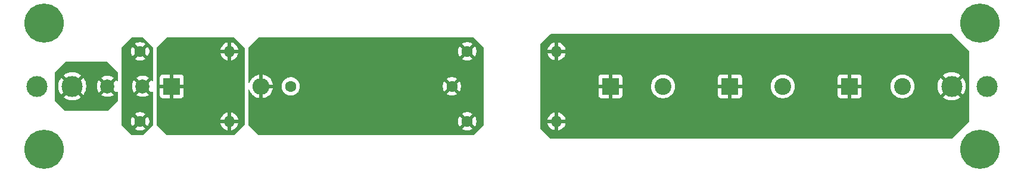
<source format=gtl>
G04 #@! TF.GenerationSoftware,KiCad,Pcbnew,9.0.2-9.0.2-0~ubuntu22.04.1*
G04 #@! TF.CreationDate,2025-06-09T06:08:17+02:00*
G04 #@! TF.ProjectId,passive_PSU_Rev-A,70617373-6976-4655-9f50-53555f526576,rev?*
G04 #@! TF.SameCoordinates,Original*
G04 #@! TF.FileFunction,Copper,L1,Top*
G04 #@! TF.FilePolarity,Positive*
%FSLAX46Y46*%
G04 Gerber Fmt 4.6, Leading zero omitted, Abs format (unit mm)*
G04 Created by KiCad (PCBNEW 9.0.2-9.0.2-0~ubuntu22.04.1) date 2025-06-09 06:08:17*
%MOMM*%
%LPD*%
G01*
G04 APERTURE LIST*
G04 #@! TA.AperFunction,ComponentPad*
%ADD10C,1.600000*%
G04 #@! TD*
G04 #@! TA.AperFunction,ComponentPad*
%ADD11R,2.400000X2.400000*%
G04 #@! TD*
G04 #@! TA.AperFunction,ComponentPad*
%ADD12C,2.400000*%
G04 #@! TD*
G04 #@! TA.AperFunction,ComponentPad*
%ADD13C,3.000000*%
G04 #@! TD*
G04 #@! TA.AperFunction,ComponentPad*
%ADD14C,2.000000*%
G04 #@! TD*
G04 #@! TA.AperFunction,ComponentPad*
%ADD15O,1.600000X1.600000*%
G04 #@! TD*
G04 #@! TA.AperFunction,ComponentPad*
%ADD16C,3.600000*%
G04 #@! TD*
G04 #@! TA.AperFunction,ConnectorPad*
%ADD17C,5.600000*%
G04 #@! TD*
G04 #@! TA.AperFunction,ComponentPad*
%ADD18O,2.400000X2.400000*%
G04 #@! TD*
G04 APERTURE END LIST*
D10*
X88555000Y-80000000D03*
X111455000Y-80000000D03*
D11*
X150987246Y-80000000D03*
D12*
X158487246Y-80000000D03*
D13*
X57500000Y-80000000D03*
D14*
X62500000Y-80000000D03*
X67500000Y-80000000D03*
D13*
X187500000Y-80000000D03*
D10*
X67150000Y-85000000D03*
D15*
X79850000Y-85000000D03*
D10*
X67150000Y-75000000D03*
D15*
X79850000Y-75000000D03*
D11*
X167987246Y-80000000D03*
D12*
X175487246Y-80000000D03*
D13*
X52500000Y-80000000D03*
D10*
X113650000Y-75000000D03*
D15*
X126350000Y-75000000D03*
D10*
X113650000Y-85000000D03*
D15*
X126350000Y-85000000D03*
D16*
X186500000Y-89000000D03*
D17*
X186500000Y-89000000D03*
D11*
X133987246Y-80000000D03*
D12*
X141487246Y-80000000D03*
D13*
X182500000Y-80000000D03*
D16*
X53500000Y-89000000D03*
D17*
X53500000Y-89000000D03*
D16*
X186500000Y-71000000D03*
D17*
X186500000Y-71000000D03*
D11*
X71650000Y-80000000D03*
D18*
X84350000Y-80000000D03*
D16*
X53500000Y-71000000D03*
D17*
X53500000Y-71000000D03*
G04 #@! TA.AperFunction,Conductor*
G36*
X62515677Y-76519685D02*
G01*
X62536319Y-76536319D01*
X63963681Y-77963681D01*
X63997166Y-78025004D01*
X64000000Y-78051362D01*
X64000000Y-79130987D01*
X63980315Y-79198026D01*
X63927511Y-79243781D01*
X63858353Y-79253725D01*
X63794797Y-79224700D01*
X63775682Y-79203873D01*
X63722658Y-79130894D01*
X63722658Y-79130893D01*
X62982962Y-79870590D01*
X62965925Y-79807007D01*
X62900099Y-79692993D01*
X62807007Y-79599901D01*
X62692993Y-79534075D01*
X62629409Y-79517037D01*
X63369105Y-78777340D01*
X63369104Y-78777338D01*
X63286174Y-78717087D01*
X63075802Y-78609897D01*
X62851247Y-78536934D01*
X62851248Y-78536934D01*
X62618052Y-78500000D01*
X62381948Y-78500000D01*
X62148752Y-78536934D01*
X61924197Y-78609897D01*
X61713830Y-78717084D01*
X61630894Y-78777340D01*
X62370591Y-79517037D01*
X62307007Y-79534075D01*
X62192993Y-79599901D01*
X62099901Y-79692993D01*
X62034075Y-79807007D01*
X62017037Y-79870591D01*
X61277340Y-79130894D01*
X61217084Y-79213830D01*
X61109897Y-79424197D01*
X61036934Y-79648752D01*
X61000000Y-79881947D01*
X61000000Y-80118052D01*
X61036934Y-80351247D01*
X61109897Y-80575802D01*
X61217087Y-80786174D01*
X61277338Y-80869104D01*
X61277340Y-80869105D01*
X62017037Y-80129408D01*
X62034075Y-80192993D01*
X62099901Y-80307007D01*
X62192993Y-80400099D01*
X62307007Y-80465925D01*
X62370590Y-80482962D01*
X61630893Y-81222658D01*
X61713828Y-81282914D01*
X61924197Y-81390102D01*
X62148752Y-81463065D01*
X62148751Y-81463065D01*
X62381948Y-81500000D01*
X62618052Y-81500000D01*
X62851247Y-81463065D01*
X63075802Y-81390102D01*
X63286163Y-81282918D01*
X63286169Y-81282914D01*
X63369104Y-81222658D01*
X63369105Y-81222658D01*
X62629408Y-80482962D01*
X62692993Y-80465925D01*
X62807007Y-80400099D01*
X62900099Y-80307007D01*
X62965925Y-80192993D01*
X62982962Y-80129408D01*
X63722658Y-80869105D01*
X63722659Y-80869104D01*
X63775682Y-80796125D01*
X63831012Y-80753459D01*
X63900625Y-80747480D01*
X63962420Y-80780086D01*
X63996777Y-80840924D01*
X64000000Y-80869010D01*
X64000000Y-81948638D01*
X63980315Y-82015677D01*
X63963681Y-82036319D01*
X62536319Y-83463681D01*
X62474996Y-83497166D01*
X62448638Y-83500000D01*
X56551362Y-83500000D01*
X56484323Y-83480315D01*
X56463681Y-83463681D01*
X55036319Y-82036319D01*
X55002834Y-81974996D01*
X55000000Y-81948638D01*
X55000000Y-79868905D01*
X55500000Y-79868905D01*
X55500000Y-80131094D01*
X55534220Y-80391009D01*
X55534222Y-80391020D01*
X55602075Y-80644255D01*
X55702404Y-80886471D01*
X55702409Y-80886482D01*
X55833488Y-81113516D01*
X55833494Y-81113524D01*
X55920080Y-81226365D01*
X56822421Y-80324024D01*
X56835359Y-80355258D01*
X56917437Y-80478097D01*
X57021903Y-80582563D01*
X57144742Y-80664641D01*
X57175974Y-80677577D01*
X56273633Y-81579917D01*
X56273633Y-81579918D01*
X56386475Y-81666505D01*
X56386483Y-81666511D01*
X56613517Y-81797590D01*
X56613528Y-81797595D01*
X56855744Y-81897924D01*
X57108979Y-81965777D01*
X57108990Y-81965779D01*
X57368905Y-81999999D01*
X57368920Y-82000000D01*
X57631080Y-82000000D01*
X57631094Y-81999999D01*
X57891009Y-81965779D01*
X57891020Y-81965777D01*
X58144255Y-81897924D01*
X58386471Y-81797595D01*
X58386482Y-81797590D01*
X58613516Y-81666511D01*
X58613534Y-81666499D01*
X58726365Y-81579919D01*
X58726365Y-81579917D01*
X57824025Y-80677578D01*
X57855258Y-80664641D01*
X57978097Y-80582563D01*
X58082563Y-80478097D01*
X58164641Y-80355258D01*
X58177578Y-80324025D01*
X59079917Y-81226365D01*
X59079919Y-81226365D01*
X59166499Y-81113534D01*
X59166508Y-81113521D01*
X59166577Y-81113402D01*
X59166578Y-81113400D01*
X59166579Y-81113399D01*
X59297590Y-80886482D01*
X59297595Y-80886471D01*
X59397924Y-80644255D01*
X59465777Y-80391020D01*
X59465779Y-80391009D01*
X59499999Y-80131094D01*
X59500000Y-80131080D01*
X59500000Y-79868919D01*
X59499999Y-79868905D01*
X59465779Y-79608990D01*
X59465777Y-79608979D01*
X59397924Y-79355744D01*
X59297595Y-79113528D01*
X59297590Y-79113517D01*
X59166578Y-78886599D01*
X59166511Y-78886483D01*
X59166505Y-78886475D01*
X59079918Y-78773633D01*
X59079917Y-78773633D01*
X58177577Y-79675973D01*
X58164641Y-79644742D01*
X58082563Y-79521903D01*
X57978097Y-79417437D01*
X57855258Y-79335359D01*
X57824023Y-79322421D01*
X58726365Y-78420080D01*
X58613524Y-78333494D01*
X58613516Y-78333488D01*
X58386482Y-78202409D01*
X58386471Y-78202404D01*
X58144255Y-78102075D01*
X57891020Y-78034222D01*
X57891009Y-78034220D01*
X57631094Y-78000000D01*
X57368905Y-78000000D01*
X57108990Y-78034220D01*
X57108979Y-78034222D01*
X56855744Y-78102075D01*
X56613528Y-78202404D01*
X56613517Y-78202409D01*
X56386471Y-78333496D01*
X56273633Y-78420079D01*
X56273633Y-78420080D01*
X57175974Y-79322421D01*
X57144742Y-79335359D01*
X57021903Y-79417437D01*
X56917437Y-79521903D01*
X56835359Y-79644742D01*
X56822421Y-79675974D01*
X55920080Y-78773633D01*
X55920079Y-78773633D01*
X55833496Y-78886471D01*
X55702409Y-79113517D01*
X55702404Y-79113528D01*
X55602075Y-79355744D01*
X55534222Y-79608979D01*
X55534220Y-79608990D01*
X55500000Y-79868905D01*
X55000000Y-79868905D01*
X55000000Y-78051362D01*
X55019685Y-77984323D01*
X55036319Y-77963681D01*
X56463681Y-76536319D01*
X56525004Y-76502834D01*
X56551362Y-76500000D01*
X62448638Y-76500000D01*
X62515677Y-76519685D01*
G37*
G04 #@! TD.AperFunction*
G04 #@! TA.AperFunction,Conductor*
G36*
X114515677Y-73019685D02*
G01*
X114536319Y-73036319D01*
X115963681Y-74463681D01*
X115997166Y-74525004D01*
X116000000Y-74551362D01*
X116000000Y-85448638D01*
X115980315Y-85515677D01*
X115963681Y-85536319D01*
X114536319Y-86963681D01*
X114474996Y-86997166D01*
X114448638Y-87000000D01*
X84051362Y-87000000D01*
X83984323Y-86980315D01*
X83963681Y-86963681D01*
X82536319Y-85536319D01*
X82502834Y-85474996D01*
X82500000Y-85448638D01*
X82500000Y-84897682D01*
X112350000Y-84897682D01*
X112350000Y-85102317D01*
X112382009Y-85304417D01*
X112445244Y-85499031D01*
X112538141Y-85681350D01*
X112538147Y-85681359D01*
X112570523Y-85725921D01*
X112570524Y-85725922D01*
X113250000Y-85046446D01*
X113250000Y-85052661D01*
X113277259Y-85154394D01*
X113329920Y-85245606D01*
X113404394Y-85320080D01*
X113495606Y-85372741D01*
X113597339Y-85400000D01*
X113603553Y-85400000D01*
X112924076Y-86079474D01*
X112968650Y-86111859D01*
X113150968Y-86204755D01*
X113345582Y-86267990D01*
X113547683Y-86300000D01*
X113752317Y-86300000D01*
X113954417Y-86267990D01*
X114149031Y-86204755D01*
X114331349Y-86111859D01*
X114375921Y-86079474D01*
X113696447Y-85400000D01*
X113702661Y-85400000D01*
X113804394Y-85372741D01*
X113895606Y-85320080D01*
X113970080Y-85245606D01*
X114022741Y-85154394D01*
X114050000Y-85052661D01*
X114050000Y-85046447D01*
X114729474Y-85725921D01*
X114761859Y-85681349D01*
X114854755Y-85499031D01*
X114917990Y-85304417D01*
X114950000Y-85102317D01*
X114950000Y-84897682D01*
X114917990Y-84695582D01*
X114854755Y-84500968D01*
X114761859Y-84318650D01*
X114729474Y-84274077D01*
X114729474Y-84274076D01*
X114050000Y-84953551D01*
X114050000Y-84947339D01*
X114022741Y-84845606D01*
X113970080Y-84754394D01*
X113895606Y-84679920D01*
X113804394Y-84627259D01*
X113702661Y-84600000D01*
X113696446Y-84600000D01*
X114375922Y-83920524D01*
X114375921Y-83920523D01*
X114331359Y-83888147D01*
X114331350Y-83888141D01*
X114149031Y-83795244D01*
X113954417Y-83732009D01*
X113752317Y-83700000D01*
X113547683Y-83700000D01*
X113345582Y-83732009D01*
X113150968Y-83795244D01*
X112968644Y-83888143D01*
X112924077Y-83920523D01*
X112924077Y-83920524D01*
X113603554Y-84600000D01*
X113597339Y-84600000D01*
X113495606Y-84627259D01*
X113404394Y-84679920D01*
X113329920Y-84754394D01*
X113277259Y-84845606D01*
X113250000Y-84947339D01*
X113250000Y-84953553D01*
X112570524Y-84274077D01*
X112570523Y-84274077D01*
X112538143Y-84318644D01*
X112445244Y-84500968D01*
X112382009Y-84695582D01*
X112350000Y-84897682D01*
X82500000Y-84897682D01*
X82500000Y-80599410D01*
X82519685Y-80532371D01*
X82572489Y-80486616D01*
X82641647Y-80476672D01*
X82705203Y-80505697D01*
X82738561Y-80551957D01*
X82822045Y-80753502D01*
X82822054Y-80753520D01*
X82933464Y-80946491D01*
X82933466Y-80946495D01*
X83069130Y-81123293D01*
X83069138Y-81123302D01*
X83226698Y-81280862D01*
X83226706Y-81280869D01*
X83403504Y-81416533D01*
X83403508Y-81416535D01*
X83596479Y-81527945D01*
X83596497Y-81527954D01*
X83802379Y-81613235D01*
X84017632Y-81670912D01*
X84099999Y-81681755D01*
X84100000Y-81681755D01*
X84100000Y-80548482D01*
X84118409Y-80559111D01*
X84271009Y-80600000D01*
X84428991Y-80600000D01*
X84581591Y-80559111D01*
X84600000Y-80548482D01*
X84600000Y-81681755D01*
X84682367Y-81670912D01*
X84897620Y-81613235D01*
X85103502Y-81527954D01*
X85103520Y-81527945D01*
X85296491Y-81416535D01*
X85296495Y-81416533D01*
X85473293Y-81280869D01*
X85473302Y-81280862D01*
X85630862Y-81123302D01*
X85630869Y-81123293D01*
X85766533Y-80946495D01*
X85766535Y-80946491D01*
X85877945Y-80753520D01*
X85877954Y-80753502D01*
X85963235Y-80547620D01*
X86020912Y-80332367D01*
X86031756Y-80250000D01*
X84898482Y-80250000D01*
X84909111Y-80231591D01*
X84950000Y-80078991D01*
X84950000Y-79921009D01*
X84943740Y-79897648D01*
X87254500Y-79897648D01*
X87254500Y-80102351D01*
X87286522Y-80304534D01*
X87349781Y-80499223D01*
X87413691Y-80624653D01*
X87442585Y-80681359D01*
X87442715Y-80681613D01*
X87563028Y-80847213D01*
X87707786Y-80991971D01*
X87828226Y-81079474D01*
X87873390Y-81112287D01*
X87989607Y-81171503D01*
X88055776Y-81205218D01*
X88055778Y-81205218D01*
X88055781Y-81205220D01*
X88160137Y-81239127D01*
X88250465Y-81268477D01*
X88328705Y-81280869D01*
X88452648Y-81300500D01*
X88452649Y-81300500D01*
X88657351Y-81300500D01*
X88657352Y-81300500D01*
X88859534Y-81268477D01*
X89054219Y-81205220D01*
X89236610Y-81112287D01*
X89329590Y-81044732D01*
X89402213Y-80991971D01*
X89402215Y-80991968D01*
X89402219Y-80991966D01*
X89546966Y-80847219D01*
X89546968Y-80847215D01*
X89546971Y-80847213D01*
X89615055Y-80753502D01*
X89667287Y-80681610D01*
X89760220Y-80499219D01*
X89823477Y-80304534D01*
X89855500Y-80102352D01*
X89855500Y-79897682D01*
X110155000Y-79897682D01*
X110155000Y-80102317D01*
X110187009Y-80304417D01*
X110250244Y-80499031D01*
X110343141Y-80681350D01*
X110343147Y-80681359D01*
X110375523Y-80725921D01*
X110375524Y-80725922D01*
X111055000Y-80046446D01*
X111055000Y-80052661D01*
X111082259Y-80154394D01*
X111134920Y-80245606D01*
X111209394Y-80320080D01*
X111300606Y-80372741D01*
X111402339Y-80400000D01*
X111408553Y-80400000D01*
X110729076Y-81079474D01*
X110773650Y-81111859D01*
X110955968Y-81204755D01*
X111150582Y-81267990D01*
X111352683Y-81300000D01*
X111557317Y-81300000D01*
X111759417Y-81267990D01*
X111954031Y-81204755D01*
X112136349Y-81111859D01*
X112180921Y-81079474D01*
X111501447Y-80400000D01*
X111507661Y-80400000D01*
X111609394Y-80372741D01*
X111700606Y-80320080D01*
X111775080Y-80245606D01*
X111827741Y-80154394D01*
X111855000Y-80052661D01*
X111855000Y-80046447D01*
X112534474Y-80725921D01*
X112566859Y-80681349D01*
X112659755Y-80499031D01*
X112722990Y-80304417D01*
X112755000Y-80102317D01*
X112755000Y-79897682D01*
X112722990Y-79695582D01*
X112659755Y-79500968D01*
X112566859Y-79318650D01*
X112534474Y-79274077D01*
X112534474Y-79274076D01*
X111855000Y-79953551D01*
X111855000Y-79947339D01*
X111827741Y-79845606D01*
X111775080Y-79754394D01*
X111700606Y-79679920D01*
X111609394Y-79627259D01*
X111507661Y-79600000D01*
X111501446Y-79600000D01*
X112180922Y-78920524D01*
X112180921Y-78920523D01*
X112136359Y-78888147D01*
X112136350Y-78888141D01*
X111954031Y-78795244D01*
X111759417Y-78732009D01*
X111557317Y-78700000D01*
X111352683Y-78700000D01*
X111150582Y-78732009D01*
X110955968Y-78795244D01*
X110773644Y-78888143D01*
X110729077Y-78920523D01*
X110729077Y-78920524D01*
X111408554Y-79600000D01*
X111402339Y-79600000D01*
X111300606Y-79627259D01*
X111209394Y-79679920D01*
X111134920Y-79754394D01*
X111082259Y-79845606D01*
X111055000Y-79947339D01*
X111055000Y-79953553D01*
X110375524Y-79274077D01*
X110375523Y-79274077D01*
X110343143Y-79318644D01*
X110250244Y-79500968D01*
X110187009Y-79695582D01*
X110155000Y-79897682D01*
X89855500Y-79897682D01*
X89855500Y-79897648D01*
X89835030Y-79768409D01*
X89823477Y-79695465D01*
X89760761Y-79502446D01*
X89760220Y-79500781D01*
X89760218Y-79500778D01*
X89760218Y-79500776D01*
X89726503Y-79434607D01*
X89667287Y-79318390D01*
X89635092Y-79274077D01*
X89546971Y-79152786D01*
X89402213Y-79008028D01*
X89236613Y-78887715D01*
X89236612Y-78887714D01*
X89236610Y-78887713D01*
X89179653Y-78858691D01*
X89054223Y-78794781D01*
X88859534Y-78731522D01*
X88684995Y-78703878D01*
X88657352Y-78699500D01*
X88452648Y-78699500D01*
X88428329Y-78703351D01*
X88250465Y-78731522D01*
X88055776Y-78794781D01*
X87873386Y-78887715D01*
X87707786Y-79008028D01*
X87563028Y-79152786D01*
X87442715Y-79318386D01*
X87349781Y-79500776D01*
X87286522Y-79695465D01*
X87254500Y-79897648D01*
X84943740Y-79897648D01*
X84909111Y-79768409D01*
X84898482Y-79750000D01*
X86031755Y-79750000D01*
X86031755Y-79749999D01*
X86020912Y-79667632D01*
X85963235Y-79452379D01*
X85877954Y-79246497D01*
X85877945Y-79246479D01*
X85766535Y-79053508D01*
X85766533Y-79053504D01*
X85630869Y-78876706D01*
X85630862Y-78876698D01*
X85473302Y-78719138D01*
X85473293Y-78719130D01*
X85296495Y-78583466D01*
X85296491Y-78583464D01*
X85103520Y-78472054D01*
X85103502Y-78472045D01*
X84897618Y-78386763D01*
X84682363Y-78329087D01*
X84600000Y-78318242D01*
X84600000Y-79451517D01*
X84581591Y-79440889D01*
X84428991Y-79400000D01*
X84271009Y-79400000D01*
X84118409Y-79440889D01*
X84100000Y-79451517D01*
X84100000Y-78318242D01*
X84099999Y-78318242D01*
X84017636Y-78329087D01*
X83802381Y-78386763D01*
X83596497Y-78472045D01*
X83596479Y-78472054D01*
X83403508Y-78583464D01*
X83403504Y-78583466D01*
X83226706Y-78719130D01*
X83069130Y-78876706D01*
X82933466Y-79053504D01*
X82933464Y-79053508D01*
X82822054Y-79246479D01*
X82822047Y-79246492D01*
X82738561Y-79448043D01*
X82694719Y-79502446D01*
X82628425Y-79524510D01*
X82560726Y-79507230D01*
X82513116Y-79456093D01*
X82500000Y-79400589D01*
X82500000Y-74897682D01*
X112350000Y-74897682D01*
X112350000Y-75102317D01*
X112382009Y-75304417D01*
X112445244Y-75499031D01*
X112538141Y-75681350D01*
X112538147Y-75681359D01*
X112570523Y-75725921D01*
X112570524Y-75725922D01*
X113250000Y-75046446D01*
X113250000Y-75052661D01*
X113277259Y-75154394D01*
X113329920Y-75245606D01*
X113404394Y-75320080D01*
X113495606Y-75372741D01*
X113597339Y-75400000D01*
X113603553Y-75400000D01*
X112924076Y-76079474D01*
X112968650Y-76111859D01*
X113150968Y-76204755D01*
X113345582Y-76267990D01*
X113547683Y-76300000D01*
X113752317Y-76300000D01*
X113954417Y-76267990D01*
X114149031Y-76204755D01*
X114331349Y-76111859D01*
X114375921Y-76079474D01*
X113696447Y-75400000D01*
X113702661Y-75400000D01*
X113804394Y-75372741D01*
X113895606Y-75320080D01*
X113970080Y-75245606D01*
X114022741Y-75154394D01*
X114050000Y-75052661D01*
X114050000Y-75046447D01*
X114729474Y-75725921D01*
X114761859Y-75681349D01*
X114854755Y-75499031D01*
X114917990Y-75304417D01*
X114950000Y-75102317D01*
X114950000Y-74897682D01*
X114917990Y-74695582D01*
X114854755Y-74500968D01*
X114761859Y-74318650D01*
X114729474Y-74274077D01*
X114729474Y-74274076D01*
X114050000Y-74953551D01*
X114050000Y-74947339D01*
X114022741Y-74845606D01*
X113970080Y-74754394D01*
X113895606Y-74679920D01*
X113804394Y-74627259D01*
X113702661Y-74600000D01*
X113696446Y-74600000D01*
X114375922Y-73920524D01*
X114375921Y-73920523D01*
X114331359Y-73888147D01*
X114331350Y-73888141D01*
X114149031Y-73795244D01*
X113954417Y-73732009D01*
X113752317Y-73700000D01*
X113547683Y-73700000D01*
X113345582Y-73732009D01*
X113150968Y-73795244D01*
X112968644Y-73888143D01*
X112924077Y-73920523D01*
X112924077Y-73920524D01*
X113603554Y-74600000D01*
X113597339Y-74600000D01*
X113495606Y-74627259D01*
X113404394Y-74679920D01*
X113329920Y-74754394D01*
X113277259Y-74845606D01*
X113250000Y-74947339D01*
X113250000Y-74953553D01*
X112570524Y-74274077D01*
X112570523Y-74274077D01*
X112538143Y-74318644D01*
X112445244Y-74500968D01*
X112382009Y-74695582D01*
X112350000Y-74897682D01*
X82500000Y-74897682D01*
X82500000Y-74551362D01*
X82519685Y-74484323D01*
X82536319Y-74463681D01*
X83963681Y-73036319D01*
X84025004Y-73002834D01*
X84051362Y-73000000D01*
X114448638Y-73000000D01*
X114515677Y-73019685D01*
G37*
G04 #@! TD.AperFunction*
G04 #@! TA.AperFunction,Conductor*
G36*
X80515677Y-73019685D02*
G01*
X80536319Y-73036319D01*
X81963681Y-74463681D01*
X81997166Y-74525004D01*
X82000000Y-74551362D01*
X82000000Y-85448638D01*
X81980315Y-85515677D01*
X81963681Y-85536319D01*
X80536319Y-86963681D01*
X80474996Y-86997166D01*
X80448638Y-87000000D01*
X71051362Y-87000000D01*
X70984323Y-86980315D01*
X70963681Y-86963681D01*
X69536319Y-85536319D01*
X69521615Y-85509391D01*
X69505023Y-85483573D01*
X69504131Y-85477372D01*
X69502834Y-85474996D01*
X69500000Y-85448638D01*
X69500000Y-84750000D01*
X78573391Y-84750000D01*
X79534314Y-84750000D01*
X79529920Y-84754394D01*
X79477259Y-84845606D01*
X79450000Y-84947339D01*
X79450000Y-85052661D01*
X79477259Y-85154394D01*
X79529920Y-85245606D01*
X79534314Y-85250000D01*
X78573391Y-85250000D01*
X78582009Y-85304413D01*
X78645244Y-85499029D01*
X78738140Y-85681349D01*
X78858417Y-85846894D01*
X78858417Y-85846895D01*
X79003104Y-85991582D01*
X79168650Y-86111859D01*
X79350968Y-86204754D01*
X79545578Y-86267988D01*
X79600000Y-86276607D01*
X79600000Y-85315686D01*
X79604394Y-85320080D01*
X79695606Y-85372741D01*
X79797339Y-85400000D01*
X79902661Y-85400000D01*
X80004394Y-85372741D01*
X80095606Y-85320080D01*
X80100000Y-85315686D01*
X80100000Y-86276606D01*
X80154421Y-86267988D01*
X80349031Y-86204754D01*
X80531349Y-86111859D01*
X80696894Y-85991582D01*
X80696895Y-85991582D01*
X80841582Y-85846895D01*
X80841582Y-85846894D01*
X80961859Y-85681349D01*
X81054755Y-85499029D01*
X81117990Y-85304413D01*
X81126609Y-85250000D01*
X80165686Y-85250000D01*
X80170080Y-85245606D01*
X80222741Y-85154394D01*
X80250000Y-85052661D01*
X80250000Y-84947339D01*
X80222741Y-84845606D01*
X80170080Y-84754394D01*
X80165686Y-84750000D01*
X81126609Y-84750000D01*
X81117990Y-84695586D01*
X81054755Y-84500970D01*
X80961859Y-84318650D01*
X80841582Y-84153105D01*
X80841582Y-84153104D01*
X80696895Y-84008417D01*
X80531349Y-83888140D01*
X80349029Y-83795244D01*
X80154413Y-83732009D01*
X80100000Y-83723390D01*
X80100000Y-84684314D01*
X80095606Y-84679920D01*
X80004394Y-84627259D01*
X79902661Y-84600000D01*
X79797339Y-84600000D01*
X79695606Y-84627259D01*
X79604394Y-84679920D01*
X79600000Y-84684314D01*
X79600000Y-83723390D01*
X79545586Y-83732009D01*
X79350970Y-83795244D01*
X79168650Y-83888140D01*
X79003105Y-84008417D01*
X79003104Y-84008417D01*
X78858417Y-84153104D01*
X78858417Y-84153105D01*
X78738140Y-84318650D01*
X78645244Y-84500970D01*
X78582009Y-84695586D01*
X78573391Y-84750000D01*
X69500000Y-84750000D01*
X69500000Y-78752155D01*
X69950000Y-78752155D01*
X69950000Y-79750000D01*
X71101518Y-79750000D01*
X71090889Y-79768409D01*
X71050000Y-79921009D01*
X71050000Y-80078991D01*
X71090889Y-80231591D01*
X71101518Y-80250000D01*
X69950000Y-80250000D01*
X69950000Y-81247844D01*
X69956401Y-81307372D01*
X69956403Y-81307379D01*
X70006645Y-81442086D01*
X70006649Y-81442093D01*
X70092809Y-81557187D01*
X70092812Y-81557190D01*
X70207906Y-81643350D01*
X70207913Y-81643354D01*
X70342620Y-81693596D01*
X70342627Y-81693598D01*
X70402155Y-81699999D01*
X70402172Y-81700000D01*
X71400000Y-81700000D01*
X71400000Y-80548482D01*
X71418409Y-80559111D01*
X71571009Y-80600000D01*
X71728991Y-80600000D01*
X71881591Y-80559111D01*
X71900000Y-80548482D01*
X71900000Y-81700000D01*
X72897828Y-81700000D01*
X72897844Y-81699999D01*
X72957372Y-81693598D01*
X72957379Y-81693596D01*
X73092086Y-81643354D01*
X73092093Y-81643350D01*
X73207187Y-81557190D01*
X73207190Y-81557187D01*
X73293350Y-81442093D01*
X73293354Y-81442086D01*
X73343596Y-81307379D01*
X73343598Y-81307372D01*
X73349999Y-81247844D01*
X73350000Y-81247827D01*
X73350000Y-80250000D01*
X72198482Y-80250000D01*
X72209111Y-80231591D01*
X72250000Y-80078991D01*
X72250000Y-79921009D01*
X72209111Y-79768409D01*
X72198482Y-79750000D01*
X73350000Y-79750000D01*
X73350000Y-78752172D01*
X73349999Y-78752155D01*
X73343598Y-78692627D01*
X73343596Y-78692620D01*
X73293354Y-78557913D01*
X73293350Y-78557906D01*
X73207190Y-78442812D01*
X73207187Y-78442809D01*
X73092093Y-78356649D01*
X73092086Y-78356645D01*
X72957379Y-78306403D01*
X72957372Y-78306401D01*
X72897844Y-78300000D01*
X71900000Y-78300000D01*
X71900000Y-79451517D01*
X71881591Y-79440889D01*
X71728991Y-79400000D01*
X71571009Y-79400000D01*
X71418409Y-79440889D01*
X71400000Y-79451517D01*
X71400000Y-78300000D01*
X70402155Y-78300000D01*
X70342627Y-78306401D01*
X70342620Y-78306403D01*
X70207913Y-78356645D01*
X70207906Y-78356649D01*
X70092812Y-78442809D01*
X70092809Y-78442812D01*
X70006649Y-78557906D01*
X70006645Y-78557913D01*
X69956403Y-78692620D01*
X69956401Y-78692627D01*
X69950000Y-78752155D01*
X69500000Y-78752155D01*
X69500000Y-74750000D01*
X78573391Y-74750000D01*
X79534314Y-74750000D01*
X79529920Y-74754394D01*
X79477259Y-74845606D01*
X79450000Y-74947339D01*
X79450000Y-75052661D01*
X79477259Y-75154394D01*
X79529920Y-75245606D01*
X79534314Y-75250000D01*
X78573391Y-75250000D01*
X78582009Y-75304413D01*
X78645244Y-75499029D01*
X78738140Y-75681349D01*
X78858417Y-75846894D01*
X78858417Y-75846895D01*
X79003104Y-75991582D01*
X79168650Y-76111859D01*
X79350968Y-76204754D01*
X79545578Y-76267988D01*
X79600000Y-76276607D01*
X79600000Y-75315686D01*
X79604394Y-75320080D01*
X79695606Y-75372741D01*
X79797339Y-75400000D01*
X79902661Y-75400000D01*
X80004394Y-75372741D01*
X80095606Y-75320080D01*
X80100000Y-75315686D01*
X80100000Y-76276606D01*
X80154421Y-76267988D01*
X80349031Y-76204754D01*
X80531349Y-76111859D01*
X80696894Y-75991582D01*
X80696895Y-75991582D01*
X80841582Y-75846895D01*
X80841582Y-75846894D01*
X80961859Y-75681349D01*
X81054755Y-75499029D01*
X81117990Y-75304413D01*
X81126609Y-75250000D01*
X80165686Y-75250000D01*
X80170080Y-75245606D01*
X80222741Y-75154394D01*
X80250000Y-75052661D01*
X80250000Y-74947339D01*
X80222741Y-74845606D01*
X80170080Y-74754394D01*
X80165686Y-74750000D01*
X81126609Y-74750000D01*
X81117990Y-74695586D01*
X81054755Y-74500970D01*
X80961859Y-74318650D01*
X80841582Y-74153105D01*
X80841582Y-74153104D01*
X80696895Y-74008417D01*
X80531349Y-73888140D01*
X80349029Y-73795244D01*
X80154413Y-73732009D01*
X80100000Y-73723390D01*
X80100000Y-74684314D01*
X80095606Y-74679920D01*
X80004394Y-74627259D01*
X79902661Y-74600000D01*
X79797339Y-74600000D01*
X79695606Y-74627259D01*
X79604394Y-74679920D01*
X79600000Y-74684314D01*
X79600000Y-73723390D01*
X79545586Y-73732009D01*
X79350970Y-73795244D01*
X79168650Y-73888140D01*
X79003105Y-74008417D01*
X79003104Y-74008417D01*
X78858417Y-74153104D01*
X78858417Y-74153105D01*
X78738140Y-74318650D01*
X78645244Y-74500970D01*
X78582009Y-74695586D01*
X78573391Y-74750000D01*
X69500000Y-74750000D01*
X69500000Y-74551362D01*
X69519685Y-74484323D01*
X69536319Y-74463681D01*
X70963681Y-73036319D01*
X71025004Y-73002834D01*
X71051362Y-73000000D01*
X80448638Y-73000000D01*
X80515677Y-73019685D01*
G37*
G04 #@! TD.AperFunction*
G04 #@! TA.AperFunction,Conductor*
G36*
X67515677Y-73019685D02*
G01*
X67536319Y-73036319D01*
X68963681Y-74463681D01*
X68997166Y-74525004D01*
X69000000Y-74551362D01*
X69000000Y-79130987D01*
X68980315Y-79198026D01*
X68927511Y-79243781D01*
X68858353Y-79253725D01*
X68794797Y-79224700D01*
X68775682Y-79203873D01*
X68722658Y-79130894D01*
X68722658Y-79130893D01*
X67982962Y-79870590D01*
X67965925Y-79807007D01*
X67900099Y-79692993D01*
X67807007Y-79599901D01*
X67692993Y-79534075D01*
X67629409Y-79517037D01*
X68369105Y-78777340D01*
X68369104Y-78777338D01*
X68286174Y-78717087D01*
X68075802Y-78609897D01*
X67851247Y-78536934D01*
X67851248Y-78536934D01*
X67618052Y-78500000D01*
X67381948Y-78500000D01*
X67148752Y-78536934D01*
X66924197Y-78609897D01*
X66713830Y-78717084D01*
X66630894Y-78777340D01*
X67370591Y-79517037D01*
X67307007Y-79534075D01*
X67192993Y-79599901D01*
X67099901Y-79692993D01*
X67034075Y-79807007D01*
X67017037Y-79870591D01*
X66277340Y-79130894D01*
X66217084Y-79213830D01*
X66109897Y-79424197D01*
X66036934Y-79648752D01*
X66000000Y-79881947D01*
X66000000Y-80118052D01*
X66036934Y-80351247D01*
X66109897Y-80575802D01*
X66217087Y-80786174D01*
X66277338Y-80869104D01*
X66277340Y-80869105D01*
X67017037Y-80129408D01*
X67034075Y-80192993D01*
X67099901Y-80307007D01*
X67192993Y-80400099D01*
X67307007Y-80465925D01*
X67370590Y-80482962D01*
X66630893Y-81222658D01*
X66713828Y-81282914D01*
X66924197Y-81390102D01*
X67148752Y-81463065D01*
X67148751Y-81463065D01*
X67381948Y-81500000D01*
X67618052Y-81500000D01*
X67851247Y-81463065D01*
X68075802Y-81390102D01*
X68286163Y-81282918D01*
X68286169Y-81282914D01*
X68369104Y-81222658D01*
X68369105Y-81222658D01*
X67629408Y-80482962D01*
X67692993Y-80465925D01*
X67807007Y-80400099D01*
X67900099Y-80307007D01*
X67965925Y-80192993D01*
X67982962Y-80129409D01*
X68722658Y-80869105D01*
X68722659Y-80869104D01*
X68775682Y-80796125D01*
X68831012Y-80753459D01*
X68900625Y-80747480D01*
X68962420Y-80780086D01*
X68996777Y-80840924D01*
X69000000Y-80869010D01*
X69000000Y-85448638D01*
X68980315Y-85515677D01*
X68963681Y-85536319D01*
X67536319Y-86963681D01*
X67474996Y-86997166D01*
X67448638Y-87000000D01*
X66051362Y-87000000D01*
X65984323Y-86980315D01*
X65963681Y-86963681D01*
X64536319Y-85536319D01*
X64502834Y-85474996D01*
X64500000Y-85448638D01*
X64500000Y-84897682D01*
X65850000Y-84897682D01*
X65850000Y-85102317D01*
X65882009Y-85304417D01*
X65945244Y-85499031D01*
X66038141Y-85681350D01*
X66038147Y-85681359D01*
X66070523Y-85725921D01*
X66070524Y-85725922D01*
X66750000Y-85046446D01*
X66750000Y-85052661D01*
X66777259Y-85154394D01*
X66829920Y-85245606D01*
X66904394Y-85320080D01*
X66995606Y-85372741D01*
X67097339Y-85400000D01*
X67103553Y-85400000D01*
X66424076Y-86079474D01*
X66468650Y-86111859D01*
X66650968Y-86204755D01*
X66845582Y-86267990D01*
X67047683Y-86300000D01*
X67252317Y-86300000D01*
X67454417Y-86267990D01*
X67649031Y-86204755D01*
X67831349Y-86111859D01*
X67875921Y-86079474D01*
X67196447Y-85400000D01*
X67202661Y-85400000D01*
X67304394Y-85372741D01*
X67395606Y-85320080D01*
X67470080Y-85245606D01*
X67522741Y-85154394D01*
X67550000Y-85052661D01*
X67550000Y-85046447D01*
X68229474Y-85725921D01*
X68261859Y-85681349D01*
X68354755Y-85499031D01*
X68417990Y-85304417D01*
X68450000Y-85102317D01*
X68450000Y-84897682D01*
X68417990Y-84695582D01*
X68354755Y-84500968D01*
X68261859Y-84318650D01*
X68229474Y-84274077D01*
X68229474Y-84274076D01*
X67550000Y-84953551D01*
X67550000Y-84947339D01*
X67522741Y-84845606D01*
X67470080Y-84754394D01*
X67395606Y-84679920D01*
X67304394Y-84627259D01*
X67202661Y-84600000D01*
X67196446Y-84600000D01*
X67875922Y-83920524D01*
X67875921Y-83920523D01*
X67831359Y-83888147D01*
X67831350Y-83888141D01*
X67649031Y-83795244D01*
X67454417Y-83732009D01*
X67252317Y-83700000D01*
X67047683Y-83700000D01*
X66845582Y-83732009D01*
X66650968Y-83795244D01*
X66468644Y-83888143D01*
X66424077Y-83920523D01*
X66424077Y-83920524D01*
X67103554Y-84600000D01*
X67097339Y-84600000D01*
X66995606Y-84627259D01*
X66904394Y-84679920D01*
X66829920Y-84754394D01*
X66777259Y-84845606D01*
X66750000Y-84947339D01*
X66750000Y-84953553D01*
X66070524Y-84274077D01*
X66070523Y-84274077D01*
X66038143Y-84318644D01*
X65945244Y-84500968D01*
X65882009Y-84695582D01*
X65850000Y-84897682D01*
X64500000Y-84897682D01*
X64500000Y-74897682D01*
X65850000Y-74897682D01*
X65850000Y-75102317D01*
X65882009Y-75304417D01*
X65945244Y-75499031D01*
X66038141Y-75681350D01*
X66038147Y-75681359D01*
X66070523Y-75725921D01*
X66070524Y-75725922D01*
X66750000Y-75046446D01*
X66750000Y-75052661D01*
X66777259Y-75154394D01*
X66829920Y-75245606D01*
X66904394Y-75320080D01*
X66995606Y-75372741D01*
X67097339Y-75400000D01*
X67103553Y-75400000D01*
X66424076Y-76079474D01*
X66468650Y-76111859D01*
X66650968Y-76204755D01*
X66845582Y-76267990D01*
X67047683Y-76300000D01*
X67252317Y-76300000D01*
X67454417Y-76267990D01*
X67649031Y-76204755D01*
X67831349Y-76111859D01*
X67875921Y-76079474D01*
X67196447Y-75400000D01*
X67202661Y-75400000D01*
X67304394Y-75372741D01*
X67395606Y-75320080D01*
X67470080Y-75245606D01*
X67522741Y-75154394D01*
X67550000Y-75052661D01*
X67550000Y-75046447D01*
X68229474Y-75725921D01*
X68261859Y-75681349D01*
X68354755Y-75499031D01*
X68417990Y-75304417D01*
X68450000Y-75102317D01*
X68450000Y-74897682D01*
X68417990Y-74695582D01*
X68354755Y-74500968D01*
X68261859Y-74318650D01*
X68229474Y-74274077D01*
X68229474Y-74274076D01*
X67550000Y-74953551D01*
X67550000Y-74947339D01*
X67522741Y-74845606D01*
X67470080Y-74754394D01*
X67395606Y-74679920D01*
X67304394Y-74627259D01*
X67202661Y-74600000D01*
X67196446Y-74600000D01*
X67875922Y-73920524D01*
X67875921Y-73920523D01*
X67831359Y-73888147D01*
X67831350Y-73888141D01*
X67649031Y-73795244D01*
X67454417Y-73732009D01*
X67252317Y-73700000D01*
X67047683Y-73700000D01*
X66845582Y-73732009D01*
X66650968Y-73795244D01*
X66468644Y-73888143D01*
X66424077Y-73920523D01*
X66424077Y-73920524D01*
X67103554Y-74600000D01*
X67097339Y-74600000D01*
X66995606Y-74627259D01*
X66904394Y-74679920D01*
X66829920Y-74754394D01*
X66777259Y-74845606D01*
X66750000Y-74947339D01*
X66750000Y-74953553D01*
X66070524Y-74274077D01*
X66070523Y-74274077D01*
X66038143Y-74318644D01*
X65945244Y-74500968D01*
X65882009Y-74695582D01*
X65850000Y-74897682D01*
X64500000Y-74897682D01*
X64500000Y-74551362D01*
X64519685Y-74484323D01*
X64536319Y-74463681D01*
X65963681Y-73036319D01*
X66025004Y-73002834D01*
X66051362Y-73000000D01*
X67448638Y-73000000D01*
X67515677Y-73019685D01*
G37*
G04 #@! TD.AperFunction*
G04 #@! TA.AperFunction,Conductor*
G36*
X182515677Y-72519685D02*
G01*
X182536319Y-72536319D01*
X184963681Y-74963681D01*
X184997166Y-75025004D01*
X185000000Y-75051362D01*
X185000000Y-84948638D01*
X184980315Y-85015677D01*
X184963681Y-85036319D01*
X182536319Y-87463681D01*
X182474996Y-87497166D01*
X182448638Y-87500000D01*
X125551362Y-87500000D01*
X125484323Y-87480315D01*
X125463681Y-87463681D01*
X124036319Y-86036319D01*
X124002834Y-85974996D01*
X124000000Y-85948638D01*
X124000000Y-84750000D01*
X125073391Y-84750000D01*
X126034314Y-84750000D01*
X126029920Y-84754394D01*
X125977259Y-84845606D01*
X125950000Y-84947339D01*
X125950000Y-85052661D01*
X125977259Y-85154394D01*
X126029920Y-85245606D01*
X126034314Y-85250000D01*
X125073391Y-85250000D01*
X125082009Y-85304413D01*
X125145244Y-85499029D01*
X125238140Y-85681349D01*
X125358417Y-85846894D01*
X125358417Y-85846895D01*
X125503104Y-85991582D01*
X125668650Y-86111859D01*
X125850968Y-86204754D01*
X126045578Y-86267988D01*
X126100000Y-86276607D01*
X126100000Y-85315686D01*
X126104394Y-85320080D01*
X126195606Y-85372741D01*
X126297339Y-85400000D01*
X126402661Y-85400000D01*
X126504394Y-85372741D01*
X126595606Y-85320080D01*
X126600000Y-85315686D01*
X126600000Y-86276606D01*
X126654421Y-86267988D01*
X126849031Y-86204754D01*
X127031349Y-86111859D01*
X127196894Y-85991582D01*
X127196895Y-85991582D01*
X127341582Y-85846895D01*
X127341582Y-85846894D01*
X127461859Y-85681349D01*
X127554755Y-85499029D01*
X127617990Y-85304413D01*
X127626609Y-85250000D01*
X126665686Y-85250000D01*
X126670080Y-85245606D01*
X126722741Y-85154394D01*
X126750000Y-85052661D01*
X126750000Y-84947339D01*
X126722741Y-84845606D01*
X126670080Y-84754394D01*
X126665686Y-84750000D01*
X127626609Y-84750000D01*
X127617990Y-84695586D01*
X127554755Y-84500970D01*
X127461859Y-84318650D01*
X127341582Y-84153105D01*
X127341582Y-84153104D01*
X127196895Y-84008417D01*
X127031349Y-83888140D01*
X126849029Y-83795244D01*
X126654413Y-83732009D01*
X126600000Y-83723390D01*
X126600000Y-84684314D01*
X126595606Y-84679920D01*
X126504394Y-84627259D01*
X126402661Y-84600000D01*
X126297339Y-84600000D01*
X126195606Y-84627259D01*
X126104394Y-84679920D01*
X126100000Y-84684314D01*
X126100000Y-83723390D01*
X126045586Y-83732009D01*
X125850970Y-83795244D01*
X125668650Y-83888140D01*
X125503105Y-84008417D01*
X125503104Y-84008417D01*
X125358417Y-84153104D01*
X125358417Y-84153105D01*
X125238140Y-84318650D01*
X125145244Y-84500970D01*
X125082009Y-84695586D01*
X125073391Y-84750000D01*
X124000000Y-84750000D01*
X124000000Y-78752155D01*
X132287246Y-78752155D01*
X132287246Y-79750000D01*
X133438764Y-79750000D01*
X133428135Y-79768409D01*
X133387246Y-79921009D01*
X133387246Y-80078991D01*
X133428135Y-80231591D01*
X133438764Y-80250000D01*
X132287246Y-80250000D01*
X132287246Y-81247844D01*
X132293647Y-81307372D01*
X132293649Y-81307379D01*
X132343891Y-81442086D01*
X132343895Y-81442093D01*
X132430055Y-81557187D01*
X132430058Y-81557190D01*
X132545152Y-81643350D01*
X132545159Y-81643354D01*
X132679866Y-81693596D01*
X132679873Y-81693598D01*
X132739401Y-81699999D01*
X132739418Y-81700000D01*
X133737246Y-81700000D01*
X133737246Y-80548482D01*
X133755655Y-80559111D01*
X133908255Y-80600000D01*
X134066237Y-80600000D01*
X134218837Y-80559111D01*
X134237246Y-80548482D01*
X134237246Y-81700000D01*
X135235074Y-81700000D01*
X135235090Y-81699999D01*
X135294618Y-81693598D01*
X135294625Y-81693596D01*
X135429332Y-81643354D01*
X135429339Y-81643350D01*
X135544433Y-81557190D01*
X135544436Y-81557187D01*
X135630596Y-81442093D01*
X135630600Y-81442086D01*
X135680842Y-81307379D01*
X135680844Y-81307372D01*
X135687245Y-81247844D01*
X135687246Y-81247827D01*
X135687246Y-80250000D01*
X134535728Y-80250000D01*
X134546357Y-80231591D01*
X134587246Y-80078991D01*
X134587246Y-79921009D01*
X134578548Y-79888549D01*
X139786746Y-79888549D01*
X139786746Y-80111450D01*
X139786747Y-80111466D01*
X139815840Y-80332452D01*
X139815841Y-80332457D01*
X139815842Y-80332463D01*
X139855406Y-80480119D01*
X139873536Y-80547780D01*
X139873539Y-80547790D01*
X139958839Y-80753722D01*
X139958841Y-80753726D01*
X140070298Y-80946774D01*
X140070303Y-80946780D01*
X140070304Y-80946782D01*
X140205997Y-81123622D01*
X140206003Y-81123629D01*
X140363616Y-81281242D01*
X140363622Y-81281247D01*
X140540472Y-81416948D01*
X140733520Y-81528405D01*
X140939465Y-81613710D01*
X141154783Y-81671404D01*
X141375789Y-81700500D01*
X141375796Y-81700500D01*
X141598696Y-81700500D01*
X141598703Y-81700500D01*
X141819709Y-81671404D01*
X142035027Y-81613710D01*
X142240972Y-81528405D01*
X142434020Y-81416948D01*
X142610870Y-81281247D01*
X142768493Y-81123624D01*
X142904194Y-80946774D01*
X143015651Y-80753726D01*
X143100956Y-80547781D01*
X143158650Y-80332463D01*
X143187746Y-80111457D01*
X143187746Y-79888543D01*
X143158650Y-79667537D01*
X143100956Y-79452219D01*
X143015651Y-79246274D01*
X142904194Y-79053226D01*
X142865113Y-79002294D01*
X142768494Y-78876377D01*
X142768488Y-78876370D01*
X142644273Y-78752155D01*
X149287246Y-78752155D01*
X149287246Y-79750000D01*
X150438764Y-79750000D01*
X150428135Y-79768409D01*
X150387246Y-79921009D01*
X150387246Y-80078991D01*
X150428135Y-80231591D01*
X150438764Y-80250000D01*
X149287246Y-80250000D01*
X149287246Y-81247844D01*
X149293647Y-81307372D01*
X149293649Y-81307379D01*
X149343891Y-81442086D01*
X149343895Y-81442093D01*
X149430055Y-81557187D01*
X149430058Y-81557190D01*
X149545152Y-81643350D01*
X149545159Y-81643354D01*
X149679866Y-81693596D01*
X149679873Y-81693598D01*
X149739401Y-81699999D01*
X149739418Y-81700000D01*
X150737246Y-81700000D01*
X150737246Y-80548482D01*
X150755655Y-80559111D01*
X150908255Y-80600000D01*
X151066237Y-80600000D01*
X151218837Y-80559111D01*
X151237246Y-80548482D01*
X151237246Y-81700000D01*
X152235074Y-81700000D01*
X152235090Y-81699999D01*
X152294618Y-81693598D01*
X152294625Y-81693596D01*
X152429332Y-81643354D01*
X152429339Y-81643350D01*
X152544433Y-81557190D01*
X152544436Y-81557187D01*
X152630596Y-81442093D01*
X152630600Y-81442086D01*
X152680842Y-81307379D01*
X152680844Y-81307372D01*
X152687245Y-81247844D01*
X152687246Y-81247827D01*
X152687246Y-80250000D01*
X151535728Y-80250000D01*
X151546357Y-80231591D01*
X151587246Y-80078991D01*
X151587246Y-79921009D01*
X151578548Y-79888549D01*
X156786746Y-79888549D01*
X156786746Y-80111450D01*
X156786747Y-80111466D01*
X156815840Y-80332452D01*
X156815841Y-80332457D01*
X156815842Y-80332463D01*
X156855406Y-80480119D01*
X156873536Y-80547780D01*
X156873539Y-80547790D01*
X156958839Y-80753722D01*
X156958841Y-80753726D01*
X157070298Y-80946774D01*
X157070303Y-80946780D01*
X157070304Y-80946782D01*
X157205997Y-81123622D01*
X157206003Y-81123629D01*
X157363616Y-81281242D01*
X157363622Y-81281247D01*
X157540472Y-81416948D01*
X157733520Y-81528405D01*
X157939465Y-81613710D01*
X158154783Y-81671404D01*
X158375789Y-81700500D01*
X158375796Y-81700500D01*
X158598696Y-81700500D01*
X158598703Y-81700500D01*
X158819709Y-81671404D01*
X159035027Y-81613710D01*
X159240972Y-81528405D01*
X159434020Y-81416948D01*
X159610870Y-81281247D01*
X159768493Y-81123624D01*
X159904194Y-80946774D01*
X160015651Y-80753726D01*
X160100956Y-80547781D01*
X160158650Y-80332463D01*
X160187746Y-80111457D01*
X160187746Y-79888543D01*
X160158650Y-79667537D01*
X160100956Y-79452219D01*
X160015651Y-79246274D01*
X159904194Y-79053226D01*
X159865113Y-79002294D01*
X159768494Y-78876377D01*
X159768488Y-78876370D01*
X159644273Y-78752155D01*
X166287246Y-78752155D01*
X166287246Y-79750000D01*
X167438764Y-79750000D01*
X167428135Y-79768409D01*
X167387246Y-79921009D01*
X167387246Y-80078991D01*
X167428135Y-80231591D01*
X167438764Y-80250000D01*
X166287246Y-80250000D01*
X166287246Y-81247844D01*
X166293647Y-81307372D01*
X166293649Y-81307379D01*
X166343891Y-81442086D01*
X166343895Y-81442093D01*
X166430055Y-81557187D01*
X166430058Y-81557190D01*
X166545152Y-81643350D01*
X166545159Y-81643354D01*
X166679866Y-81693596D01*
X166679873Y-81693598D01*
X166739401Y-81699999D01*
X166739418Y-81700000D01*
X167737246Y-81700000D01*
X167737246Y-80548482D01*
X167755655Y-80559111D01*
X167908255Y-80600000D01*
X168066237Y-80600000D01*
X168218837Y-80559111D01*
X168237246Y-80548482D01*
X168237246Y-81700000D01*
X169235074Y-81700000D01*
X169235090Y-81699999D01*
X169294618Y-81693598D01*
X169294625Y-81693596D01*
X169429332Y-81643354D01*
X169429339Y-81643350D01*
X169544433Y-81557190D01*
X169544436Y-81557187D01*
X169630596Y-81442093D01*
X169630600Y-81442086D01*
X169680842Y-81307379D01*
X169680844Y-81307372D01*
X169687245Y-81247844D01*
X169687246Y-81247827D01*
X169687246Y-80250000D01*
X168535728Y-80250000D01*
X168546357Y-80231591D01*
X168587246Y-80078991D01*
X168587246Y-79921009D01*
X168578548Y-79888549D01*
X173786746Y-79888549D01*
X173786746Y-80111450D01*
X173786747Y-80111466D01*
X173815840Y-80332452D01*
X173815841Y-80332457D01*
X173815842Y-80332463D01*
X173855406Y-80480119D01*
X173873536Y-80547780D01*
X173873539Y-80547790D01*
X173958839Y-80753722D01*
X173958841Y-80753726D01*
X174070298Y-80946774D01*
X174070303Y-80946780D01*
X174070304Y-80946782D01*
X174205997Y-81123622D01*
X174206003Y-81123629D01*
X174363616Y-81281242D01*
X174363622Y-81281247D01*
X174540472Y-81416948D01*
X174733520Y-81528405D01*
X174939465Y-81613710D01*
X175154783Y-81671404D01*
X175375789Y-81700500D01*
X175375796Y-81700500D01*
X175598696Y-81700500D01*
X175598703Y-81700500D01*
X175819709Y-81671404D01*
X176035027Y-81613710D01*
X176240972Y-81528405D01*
X176434020Y-81416948D01*
X176610870Y-81281247D01*
X176768493Y-81123624D01*
X176904194Y-80946774D01*
X177015651Y-80753726D01*
X177100956Y-80547781D01*
X177158650Y-80332463D01*
X177187746Y-80111457D01*
X177187746Y-79888543D01*
X177185161Y-79868905D01*
X180500000Y-79868905D01*
X180500000Y-80131094D01*
X180534220Y-80391009D01*
X180534222Y-80391020D01*
X180602075Y-80644255D01*
X180702404Y-80886471D01*
X180702409Y-80886482D01*
X180833488Y-81113516D01*
X180833494Y-81113524D01*
X180920080Y-81226365D01*
X181822421Y-80324024D01*
X181835359Y-80355258D01*
X181917437Y-80478097D01*
X182021903Y-80582563D01*
X182144742Y-80664641D01*
X182175974Y-80677577D01*
X181273633Y-81579917D01*
X181273633Y-81579918D01*
X181386475Y-81666505D01*
X181386483Y-81666511D01*
X181613517Y-81797590D01*
X181613528Y-81797595D01*
X181855744Y-81897924D01*
X182108979Y-81965777D01*
X182108990Y-81965779D01*
X182368905Y-81999999D01*
X182368920Y-82000000D01*
X182631080Y-82000000D01*
X182631094Y-81999999D01*
X182891009Y-81965779D01*
X182891020Y-81965777D01*
X183144255Y-81897924D01*
X183386471Y-81797595D01*
X183386482Y-81797590D01*
X183613516Y-81666511D01*
X183613534Y-81666499D01*
X183726365Y-81579919D01*
X183726365Y-81579917D01*
X182824025Y-80677578D01*
X182855258Y-80664641D01*
X182978097Y-80582563D01*
X183082563Y-80478097D01*
X183164641Y-80355258D01*
X183177577Y-80324025D01*
X184079917Y-81226365D01*
X184079919Y-81226365D01*
X184166499Y-81113534D01*
X184166511Y-81113516D01*
X184297590Y-80886482D01*
X184297595Y-80886471D01*
X184397924Y-80644255D01*
X184465777Y-80391020D01*
X184465779Y-80391009D01*
X184499999Y-80131094D01*
X184500000Y-80131080D01*
X184500000Y-79868919D01*
X184499999Y-79868905D01*
X184465779Y-79608990D01*
X184465777Y-79608979D01*
X184397924Y-79355744D01*
X184297595Y-79113528D01*
X184297590Y-79113517D01*
X184166511Y-78886483D01*
X184166505Y-78886475D01*
X184079918Y-78773633D01*
X184079917Y-78773633D01*
X183177577Y-79675973D01*
X183164641Y-79644742D01*
X183082563Y-79521903D01*
X182978097Y-79417437D01*
X182855258Y-79335359D01*
X182824023Y-79322421D01*
X183726365Y-78420080D01*
X183613524Y-78333494D01*
X183613516Y-78333488D01*
X183386482Y-78202409D01*
X183386471Y-78202404D01*
X183144255Y-78102075D01*
X182891020Y-78034222D01*
X182891009Y-78034220D01*
X182631094Y-78000000D01*
X182368905Y-78000000D01*
X182108990Y-78034220D01*
X182108979Y-78034222D01*
X181855744Y-78102075D01*
X181613528Y-78202404D01*
X181613517Y-78202409D01*
X181386471Y-78333496D01*
X181273633Y-78420079D01*
X181273633Y-78420080D01*
X182175974Y-79322421D01*
X182144742Y-79335359D01*
X182021903Y-79417437D01*
X181917437Y-79521903D01*
X181835359Y-79644742D01*
X181822421Y-79675974D01*
X180920080Y-78773633D01*
X180920079Y-78773633D01*
X180833496Y-78886471D01*
X180702409Y-79113517D01*
X180702404Y-79113528D01*
X180602075Y-79355744D01*
X180534222Y-79608979D01*
X180534220Y-79608990D01*
X180500000Y-79868905D01*
X177185161Y-79868905D01*
X177158650Y-79667537D01*
X177100956Y-79452219D01*
X177015651Y-79246274D01*
X176904194Y-79053226D01*
X176865113Y-79002294D01*
X176768494Y-78876377D01*
X176768488Y-78876370D01*
X176610875Y-78718757D01*
X176610868Y-78718751D01*
X176434028Y-78583058D01*
X176434026Y-78583056D01*
X176434020Y-78583052D01*
X176434015Y-78583049D01*
X176434012Y-78583047D01*
X176420801Y-78575420D01*
X176240972Y-78471595D01*
X176240968Y-78471593D01*
X176035036Y-78386293D01*
X176035029Y-78386291D01*
X176035027Y-78386290D01*
X175819709Y-78328596D01*
X175819703Y-78328595D01*
X175819698Y-78328594D01*
X175598712Y-78299501D01*
X175598709Y-78299500D01*
X175598703Y-78299500D01*
X175375789Y-78299500D01*
X175375783Y-78299500D01*
X175375779Y-78299501D01*
X175154793Y-78328594D01*
X175154786Y-78328595D01*
X175154783Y-78328596D01*
X174939465Y-78386290D01*
X174939455Y-78386293D01*
X174733523Y-78471593D01*
X174733519Y-78471595D01*
X174540472Y-78583052D01*
X174540463Y-78583058D01*
X174363623Y-78718751D01*
X174363616Y-78718757D01*
X174206003Y-78876370D01*
X174205997Y-78876377D01*
X174070304Y-79053217D01*
X174070298Y-79053226D01*
X173958841Y-79246273D01*
X173958839Y-79246277D01*
X173873539Y-79452209D01*
X173873536Y-79452219D01*
X173825474Y-79631592D01*
X173815843Y-79667534D01*
X173815840Y-79667547D01*
X173786747Y-79888533D01*
X173786747Y-79888540D01*
X173786746Y-79888549D01*
X168578548Y-79888549D01*
X168546357Y-79768409D01*
X168535728Y-79750000D01*
X169687246Y-79750000D01*
X169687246Y-78752172D01*
X169687245Y-78752155D01*
X169680844Y-78692627D01*
X169680842Y-78692620D01*
X169630600Y-78557913D01*
X169630596Y-78557906D01*
X169544436Y-78442812D01*
X169544433Y-78442809D01*
X169429339Y-78356649D01*
X169429332Y-78356645D01*
X169294625Y-78306403D01*
X169294618Y-78306401D01*
X169235090Y-78300000D01*
X168237246Y-78300000D01*
X168237246Y-79451517D01*
X168218837Y-79440889D01*
X168066237Y-79400000D01*
X167908255Y-79400000D01*
X167755655Y-79440889D01*
X167737246Y-79451517D01*
X167737246Y-78300000D01*
X166739401Y-78300000D01*
X166679873Y-78306401D01*
X166679866Y-78306403D01*
X166545159Y-78356645D01*
X166545152Y-78356649D01*
X166430058Y-78442809D01*
X166430055Y-78442812D01*
X166343895Y-78557906D01*
X166343891Y-78557913D01*
X166293649Y-78692620D01*
X166293647Y-78692627D01*
X166287246Y-78752155D01*
X159644273Y-78752155D01*
X159610875Y-78718757D01*
X159610868Y-78718751D01*
X159434028Y-78583058D01*
X159434026Y-78583057D01*
X159434020Y-78583052D01*
X159240972Y-78471595D01*
X159240968Y-78471593D01*
X159035036Y-78386293D01*
X159035029Y-78386291D01*
X159035027Y-78386290D01*
X158819709Y-78328596D01*
X158819703Y-78328595D01*
X158819698Y-78328594D01*
X158598712Y-78299501D01*
X158598709Y-78299500D01*
X158598703Y-78299500D01*
X158375789Y-78299500D01*
X158375783Y-78299500D01*
X158375779Y-78299501D01*
X158154793Y-78328594D01*
X158154786Y-78328595D01*
X158154783Y-78328596D01*
X157939465Y-78386290D01*
X157939455Y-78386293D01*
X157733523Y-78471593D01*
X157733519Y-78471595D01*
X157540472Y-78583052D01*
X157540463Y-78583058D01*
X157363623Y-78718751D01*
X157363616Y-78718757D01*
X157206003Y-78876370D01*
X157205997Y-78876377D01*
X157070304Y-79053217D01*
X157070298Y-79053226D01*
X156958841Y-79246273D01*
X156958839Y-79246277D01*
X156873539Y-79452209D01*
X156873536Y-79452219D01*
X156825474Y-79631592D01*
X156815843Y-79667534D01*
X156815840Y-79667547D01*
X156786747Y-79888533D01*
X156786747Y-79888540D01*
X156786746Y-79888549D01*
X151578548Y-79888549D01*
X151546357Y-79768409D01*
X151535728Y-79750000D01*
X152687246Y-79750000D01*
X152687246Y-78752172D01*
X152687245Y-78752155D01*
X152680844Y-78692627D01*
X152680842Y-78692620D01*
X152630600Y-78557913D01*
X152630596Y-78557906D01*
X152544436Y-78442812D01*
X152544433Y-78442809D01*
X152429339Y-78356649D01*
X152429332Y-78356645D01*
X152294625Y-78306403D01*
X152294618Y-78306401D01*
X152235090Y-78300000D01*
X151237246Y-78300000D01*
X151237246Y-79451517D01*
X151218837Y-79440889D01*
X151066237Y-79400000D01*
X150908255Y-79400000D01*
X150755655Y-79440889D01*
X150737246Y-79451517D01*
X150737246Y-78300000D01*
X149739401Y-78300000D01*
X149679873Y-78306401D01*
X149679866Y-78306403D01*
X149545159Y-78356645D01*
X149545152Y-78356649D01*
X149430058Y-78442809D01*
X149430055Y-78442812D01*
X149343895Y-78557906D01*
X149343891Y-78557913D01*
X149293649Y-78692620D01*
X149293647Y-78692627D01*
X149287246Y-78752155D01*
X142644273Y-78752155D01*
X142610875Y-78718757D01*
X142610868Y-78718751D01*
X142434028Y-78583058D01*
X142434026Y-78583057D01*
X142434020Y-78583052D01*
X142240972Y-78471595D01*
X142240968Y-78471593D01*
X142035036Y-78386293D01*
X142035029Y-78386291D01*
X142035027Y-78386290D01*
X141819709Y-78328596D01*
X141819703Y-78328595D01*
X141819698Y-78328594D01*
X141598712Y-78299501D01*
X141598709Y-78299500D01*
X141598703Y-78299500D01*
X141375789Y-78299500D01*
X141375783Y-78299500D01*
X141375779Y-78299501D01*
X141154793Y-78328594D01*
X141154786Y-78328595D01*
X141154783Y-78328596D01*
X140939465Y-78386290D01*
X140939455Y-78386293D01*
X140733523Y-78471593D01*
X140733519Y-78471595D01*
X140540472Y-78583052D01*
X140540463Y-78583058D01*
X140363623Y-78718751D01*
X140363616Y-78718757D01*
X140206003Y-78876370D01*
X140205997Y-78876377D01*
X140070304Y-79053217D01*
X140070298Y-79053226D01*
X139958841Y-79246273D01*
X139958839Y-79246277D01*
X139873539Y-79452209D01*
X139873536Y-79452219D01*
X139825474Y-79631592D01*
X139815843Y-79667534D01*
X139815840Y-79667547D01*
X139786747Y-79888533D01*
X139786747Y-79888540D01*
X139786746Y-79888549D01*
X134578548Y-79888549D01*
X134546357Y-79768409D01*
X134535728Y-79750000D01*
X135687246Y-79750000D01*
X135687246Y-78752172D01*
X135687245Y-78752155D01*
X135680844Y-78692627D01*
X135680842Y-78692620D01*
X135630600Y-78557913D01*
X135630596Y-78557906D01*
X135544436Y-78442812D01*
X135544433Y-78442809D01*
X135429339Y-78356649D01*
X135429332Y-78356645D01*
X135294625Y-78306403D01*
X135294618Y-78306401D01*
X135235090Y-78300000D01*
X134237246Y-78300000D01*
X134237246Y-79451517D01*
X134218837Y-79440889D01*
X134066237Y-79400000D01*
X133908255Y-79400000D01*
X133755655Y-79440889D01*
X133737246Y-79451517D01*
X133737246Y-78300000D01*
X132739401Y-78300000D01*
X132679873Y-78306401D01*
X132679866Y-78306403D01*
X132545159Y-78356645D01*
X132545152Y-78356649D01*
X132430058Y-78442809D01*
X132430055Y-78442812D01*
X132343895Y-78557906D01*
X132343891Y-78557913D01*
X132293649Y-78692620D01*
X132293647Y-78692627D01*
X132287246Y-78752155D01*
X124000000Y-78752155D01*
X124000000Y-74750000D01*
X125073391Y-74750000D01*
X126034314Y-74750000D01*
X126029920Y-74754394D01*
X125977259Y-74845606D01*
X125950000Y-74947339D01*
X125950000Y-75052661D01*
X125977259Y-75154394D01*
X126029920Y-75245606D01*
X126034314Y-75250000D01*
X125073391Y-75250000D01*
X125082009Y-75304413D01*
X125145244Y-75499029D01*
X125238140Y-75681349D01*
X125358417Y-75846894D01*
X125358417Y-75846895D01*
X125503104Y-75991582D01*
X125668650Y-76111859D01*
X125850968Y-76204754D01*
X126045578Y-76267988D01*
X126100000Y-76276607D01*
X126100000Y-75315686D01*
X126104394Y-75320080D01*
X126195606Y-75372741D01*
X126297339Y-75400000D01*
X126402661Y-75400000D01*
X126504394Y-75372741D01*
X126595606Y-75320080D01*
X126600000Y-75315686D01*
X126600000Y-76276606D01*
X126654421Y-76267988D01*
X126849031Y-76204754D01*
X127031349Y-76111859D01*
X127196894Y-75991582D01*
X127196895Y-75991582D01*
X127341582Y-75846895D01*
X127341582Y-75846894D01*
X127461859Y-75681349D01*
X127554755Y-75499029D01*
X127617990Y-75304413D01*
X127626609Y-75250000D01*
X126665686Y-75250000D01*
X126670080Y-75245606D01*
X126722741Y-75154394D01*
X126750000Y-75052661D01*
X126750000Y-74947339D01*
X126722741Y-74845606D01*
X126670080Y-74754394D01*
X126665686Y-74750000D01*
X127626609Y-74750000D01*
X127617990Y-74695586D01*
X127554755Y-74500970D01*
X127461859Y-74318650D01*
X127341582Y-74153105D01*
X127341582Y-74153104D01*
X127196895Y-74008417D01*
X127031349Y-73888140D01*
X126849029Y-73795244D01*
X126654413Y-73732009D01*
X126600000Y-73723390D01*
X126600000Y-74684314D01*
X126595606Y-74679920D01*
X126504394Y-74627259D01*
X126402661Y-74600000D01*
X126297339Y-74600000D01*
X126195606Y-74627259D01*
X126104394Y-74679920D01*
X126100000Y-74684314D01*
X126100000Y-73723390D01*
X126045586Y-73732009D01*
X125850970Y-73795244D01*
X125668650Y-73888140D01*
X125503105Y-74008417D01*
X125503104Y-74008417D01*
X125358417Y-74153104D01*
X125358417Y-74153105D01*
X125238140Y-74318650D01*
X125145244Y-74500970D01*
X125082009Y-74695586D01*
X125073391Y-74750000D01*
X124000000Y-74750000D01*
X124000000Y-74051362D01*
X124019685Y-73984323D01*
X124036319Y-73963681D01*
X125463681Y-72536319D01*
X125525004Y-72502834D01*
X125551362Y-72500000D01*
X182448638Y-72500000D01*
X182515677Y-72519685D01*
G37*
G04 #@! TD.AperFunction*
M02*

</source>
